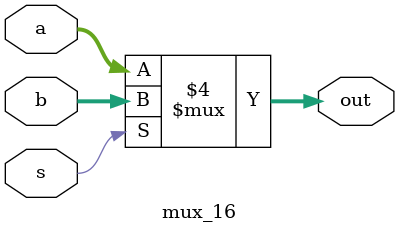
<source format=v>
module mux_16(input [15:0] a, b, input s, output reg [15:0] out);
	always @(s) begin
		if (s == 1'b1)
			out = b;
		else
			out = a;
	end
endmodule


</source>
